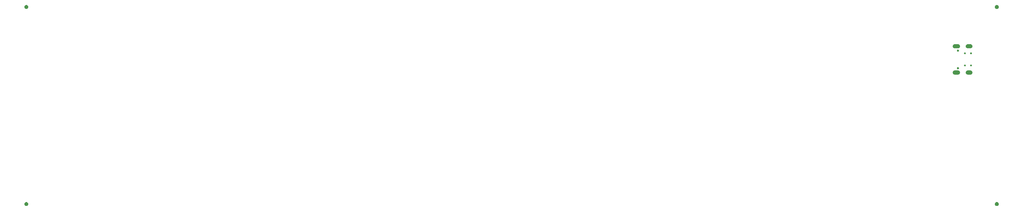
<source format=gbr>
%TF.GenerationSoftware,KiCad,Pcbnew,9.0.1*%
%TF.CreationDate,2025-04-04T16:59:33+13:00*%
%TF.ProjectId,Auckland-LED-Train-Map,4175636b-6c61-46e6-942d-4c45442d5472,rev?*%
%TF.SameCoordinates,Original*%
%TF.FileFunction,Soldermask,Bot*%
%TF.FilePolarity,Negative*%
%FSLAX46Y46*%
G04 Gerber Fmt 4.6, Leading zero omitted, Abs format (unit mm)*
G04 Created by KiCad (PCBNEW 9.0.1) date 2025-04-04 16:59:33*
%MOMM*%
%LPD*%
G01*
G04 APERTURE LIST*
G04 APERTURE END LIST*
G36*
X-14811896Y-29379903D02*
G01*
X-14694535Y-29428515D01*
X-14588913Y-29499089D01*
X-14499089Y-29588913D01*
X-14428515Y-29694535D01*
X-14379903Y-29811896D01*
X-14355120Y-29936485D01*
X-14355120Y-30063515D01*
X-14379903Y-30188104D01*
X-14428515Y-30305465D01*
X-14499089Y-30411087D01*
X-14588913Y-30500911D01*
X-14694535Y-30571485D01*
X-14811896Y-30620097D01*
X-14936485Y-30644880D01*
X-15063515Y-30644880D01*
X-15188104Y-30620097D01*
X-15305465Y-30571485D01*
X-15411087Y-30500911D01*
X-15500911Y-30411087D01*
X-15571485Y-30305465D01*
X-15620097Y-30188104D01*
X-15644880Y-30063515D01*
X-15644880Y-29936485D01*
X-15620097Y-29811896D01*
X-15571485Y-29694535D01*
X-15500911Y-29588913D01*
X-15411087Y-29499089D01*
X-15305465Y-29428515D01*
X-15188104Y-29379903D01*
X-15063515Y-29355120D01*
X-14936485Y-29355120D01*
X-14811896Y-29379903D01*
G37*
G36*
X305188104Y-29379903D02*
G01*
X305305465Y-29428515D01*
X305411087Y-29499089D01*
X305500911Y-29588913D01*
X305571485Y-29694535D01*
X305620097Y-29811896D01*
X305644880Y-29936485D01*
X305644880Y-30063515D01*
X305620097Y-30188104D01*
X305571485Y-30305465D01*
X305500911Y-30411087D01*
X305411087Y-30500911D01*
X305305465Y-30571485D01*
X305188104Y-30620097D01*
X305063515Y-30644880D01*
X304936485Y-30644880D01*
X304811896Y-30620097D01*
X304694535Y-30571485D01*
X304588913Y-30500911D01*
X304499089Y-30411087D01*
X304428515Y-30305465D01*
X304379903Y-30188104D01*
X304355120Y-30063515D01*
X304355120Y-29936485D01*
X304379903Y-29811896D01*
X304428515Y-29694535D01*
X304499089Y-29588913D01*
X304588913Y-29499089D01*
X304694535Y-29428515D01*
X304811896Y-29379903D01*
X304936485Y-29355120D01*
X305063515Y-29355120D01*
X305188104Y-29379903D01*
G37*
G36*
X292233612Y14076629D02*
G01*
X292368199Y14049858D01*
X292494978Y13997345D01*
X292609075Y13921107D01*
X292706107Y13824075D01*
X292782345Y13709978D01*
X292834858Y13583199D01*
X292861629Y13448612D01*
X292861629Y13311388D01*
X292834858Y13176801D01*
X292782345Y13050022D01*
X292706107Y12935925D01*
X292609075Y12838893D01*
X292494978Y12762655D01*
X292368199Y12710142D01*
X292233612Y12683371D01*
X292165000Y12680000D01*
X292163398Y12680000D01*
X291166602Y12680000D01*
X291165000Y12680000D01*
X291096388Y12683371D01*
X290961801Y12710142D01*
X290835022Y12762655D01*
X290720925Y12838893D01*
X290623893Y12935925D01*
X290547655Y13050022D01*
X290495142Y13176801D01*
X290468371Y13311388D01*
X290468371Y13448612D01*
X290495142Y13583199D01*
X290547655Y13709978D01*
X290623893Y13824075D01*
X290720925Y13921107D01*
X290835022Y13997345D01*
X290961801Y14049858D01*
X291096388Y14076629D01*
X291165000Y14080000D01*
X292165000Y14080000D01*
X292233612Y14076629D01*
G37*
G36*
X296333612Y14076629D02*
G01*
X296468199Y14049858D01*
X296594978Y13997345D01*
X296709075Y13921107D01*
X296806107Y13824075D01*
X296882345Y13709978D01*
X296934858Y13583199D01*
X296961629Y13448612D01*
X296961629Y13311388D01*
X296934858Y13176801D01*
X296882345Y13050022D01*
X296806107Y12935925D01*
X296709075Y12838893D01*
X296594978Y12762655D01*
X296468199Y12710142D01*
X296333612Y12683371D01*
X296265000Y12680000D01*
X296263398Y12680000D01*
X295466602Y12680000D01*
X295465000Y12680000D01*
X295396388Y12683371D01*
X295261801Y12710142D01*
X295135022Y12762655D01*
X295020925Y12838893D01*
X294923893Y12935925D01*
X294847655Y13050022D01*
X294795142Y13176801D01*
X294768371Y13311388D01*
X294768371Y13448612D01*
X294795142Y13583199D01*
X294847655Y13709978D01*
X294923893Y13824075D01*
X295020925Y13921107D01*
X295135022Y13997345D01*
X295261801Y14049858D01*
X295396388Y14076629D01*
X295465000Y14080000D01*
X296265000Y14080000D01*
X296333612Y14076629D01*
G37*
G36*
X292318939Y15143358D02*
G01*
X292398067Y15097674D01*
X292462674Y15033067D01*
X292508358Y14953939D01*
X292532006Y14865684D01*
X292532006Y14774316D01*
X292508358Y14686061D01*
X292462674Y14606933D01*
X292398067Y14542326D01*
X292318939Y14496642D01*
X292230684Y14472994D01*
X292139316Y14472994D01*
X292051061Y14496642D01*
X291971933Y14542326D01*
X291907326Y14606933D01*
X291861642Y14686061D01*
X291837994Y14774316D01*
X291837994Y14865684D01*
X291861642Y14953939D01*
X291907326Y15033067D01*
X291971933Y15097674D01*
X292051061Y15143358D01*
X292139316Y15167006D01*
X292230684Y15167006D01*
X292318939Y15143358D01*
G37*
G36*
X294599805Y15987164D02*
G01*
X294667628Y15948006D01*
X294723006Y15892628D01*
X294762164Y15824805D01*
X294782433Y15749158D01*
X294782433Y15670842D01*
X294762164Y15595195D01*
X294723006Y15527372D01*
X294667628Y15471994D01*
X294599805Y15432836D01*
X294524158Y15412567D01*
X294445842Y15412567D01*
X294370195Y15432836D01*
X294302372Y15471994D01*
X294246994Y15527372D01*
X294207836Y15595195D01*
X294187567Y15670842D01*
X294187567Y15749158D01*
X294207836Y15824805D01*
X294246994Y15892628D01*
X294302372Y15948006D01*
X294370195Y15987164D01*
X294445842Y16007433D01*
X294524158Y16007433D01*
X294599805Y15987164D01*
G37*
G36*
X296599805Y15987164D02*
G01*
X296667628Y15948006D01*
X296723006Y15892628D01*
X296762164Y15824805D01*
X296782433Y15749158D01*
X296782433Y15670842D01*
X296762164Y15595195D01*
X296723006Y15527372D01*
X296667628Y15471994D01*
X296599805Y15432836D01*
X296524158Y15412567D01*
X296445842Y15412567D01*
X296370195Y15432836D01*
X296302372Y15471994D01*
X296246994Y15527372D01*
X296207836Y15595195D01*
X296187567Y15670842D01*
X296187567Y15749158D01*
X296207836Y15824805D01*
X296246994Y15892628D01*
X296302372Y15948006D01*
X296370195Y15987164D01*
X296445842Y16007433D01*
X296524158Y16007433D01*
X296599805Y15987164D01*
G37*
G36*
X294599805Y19987164D02*
G01*
X294667628Y19948006D01*
X294723006Y19892628D01*
X294762164Y19824805D01*
X294782433Y19749158D01*
X294782433Y19670842D01*
X294762164Y19595195D01*
X294723006Y19527372D01*
X294667628Y19471994D01*
X294599805Y19432836D01*
X294524158Y19412567D01*
X294445842Y19412567D01*
X294370195Y19432836D01*
X294302372Y19471994D01*
X294246994Y19527372D01*
X294207836Y19595195D01*
X294187567Y19670842D01*
X294187567Y19749158D01*
X294207836Y19824805D01*
X294246994Y19892628D01*
X294302372Y19948006D01*
X294370195Y19987164D01*
X294445842Y20007433D01*
X294524158Y20007433D01*
X294599805Y19987164D01*
G37*
G36*
X296599805Y19987164D02*
G01*
X296667628Y19948006D01*
X296723006Y19892628D01*
X296762164Y19824805D01*
X296782433Y19749158D01*
X296782433Y19670842D01*
X296762164Y19595195D01*
X296723006Y19527372D01*
X296667628Y19471994D01*
X296599805Y19432836D01*
X296524158Y19412567D01*
X296445842Y19412567D01*
X296370195Y19432836D01*
X296302372Y19471994D01*
X296246994Y19527372D01*
X296207836Y19595195D01*
X296187567Y19670842D01*
X296187567Y19749158D01*
X296207836Y19824805D01*
X296246994Y19892628D01*
X296302372Y19948006D01*
X296370195Y19987164D01*
X296445842Y20007433D01*
X296524158Y20007433D01*
X296599805Y19987164D01*
G37*
G36*
X292318939Y20923358D02*
G01*
X292398067Y20877674D01*
X292462674Y20813067D01*
X292508358Y20733939D01*
X292532006Y20645684D01*
X292532006Y20554316D01*
X292508358Y20466061D01*
X292462674Y20386933D01*
X292398067Y20322326D01*
X292318939Y20276642D01*
X292230684Y20252994D01*
X292139316Y20252994D01*
X292051061Y20276642D01*
X291971933Y20322326D01*
X291907326Y20386933D01*
X291861642Y20466061D01*
X291837994Y20554316D01*
X291837994Y20645684D01*
X291861642Y20733939D01*
X291907326Y20813067D01*
X291971933Y20877674D01*
X292051061Y20923358D01*
X292139316Y20947006D01*
X292230684Y20947006D01*
X292318939Y20923358D01*
G37*
G36*
X292233612Y22736629D02*
G01*
X292368199Y22709858D01*
X292494978Y22657345D01*
X292609075Y22581107D01*
X292706107Y22484075D01*
X292782345Y22369978D01*
X292834858Y22243199D01*
X292861629Y22108612D01*
X292861629Y21971388D01*
X292834858Y21836801D01*
X292782345Y21710022D01*
X292706107Y21595925D01*
X292609075Y21498893D01*
X292494978Y21422655D01*
X292368199Y21370142D01*
X292233612Y21343371D01*
X292165000Y21340000D01*
X292163398Y21340000D01*
X291166602Y21340000D01*
X291165000Y21340000D01*
X291096388Y21343371D01*
X290961801Y21370142D01*
X290835022Y21422655D01*
X290720925Y21498893D01*
X290623893Y21595925D01*
X290547655Y21710022D01*
X290495142Y21836801D01*
X290468371Y21971388D01*
X290468371Y22108612D01*
X290495142Y22243199D01*
X290547655Y22369978D01*
X290623893Y22484075D01*
X290720925Y22581107D01*
X290835022Y22657345D01*
X290961801Y22709858D01*
X291096388Y22736629D01*
X291165000Y22740000D01*
X292165000Y22740000D01*
X292233612Y22736629D01*
G37*
G36*
X296333612Y22736629D02*
G01*
X296468199Y22709858D01*
X296594978Y22657345D01*
X296709075Y22581107D01*
X296806107Y22484075D01*
X296882345Y22369978D01*
X296934858Y22243199D01*
X296961629Y22108612D01*
X296961629Y21971388D01*
X296934858Y21836801D01*
X296882345Y21710022D01*
X296806107Y21595925D01*
X296709075Y21498893D01*
X296594978Y21422655D01*
X296468199Y21370142D01*
X296333612Y21343371D01*
X296265000Y21340000D01*
X296263398Y21340000D01*
X295466602Y21340000D01*
X295465000Y21340000D01*
X295396388Y21343371D01*
X295261801Y21370142D01*
X295135022Y21422655D01*
X295020925Y21498893D01*
X294923893Y21595925D01*
X294847655Y21710022D01*
X294795142Y21836801D01*
X294768371Y21971388D01*
X294768371Y22108612D01*
X294795142Y22243199D01*
X294847655Y22369978D01*
X294923893Y22484075D01*
X295020925Y22581107D01*
X295135022Y22657345D01*
X295261801Y22709858D01*
X295396388Y22736629D01*
X295465000Y22740000D01*
X296265000Y22740000D01*
X296333612Y22736629D01*
G37*
G36*
X-14811896Y35620097D02*
G01*
X-14694535Y35571485D01*
X-14588913Y35500911D01*
X-14499089Y35411087D01*
X-14428515Y35305465D01*
X-14379903Y35188104D01*
X-14355120Y35063515D01*
X-14355120Y34936485D01*
X-14379903Y34811896D01*
X-14428515Y34694535D01*
X-14499089Y34588913D01*
X-14588913Y34499089D01*
X-14694535Y34428515D01*
X-14811896Y34379903D01*
X-14936485Y34355120D01*
X-15063515Y34355120D01*
X-15188104Y34379903D01*
X-15305465Y34428515D01*
X-15411087Y34499089D01*
X-15500911Y34588913D01*
X-15571485Y34694535D01*
X-15620097Y34811896D01*
X-15644880Y34936485D01*
X-15644880Y35063515D01*
X-15620097Y35188104D01*
X-15571485Y35305465D01*
X-15500911Y35411087D01*
X-15411087Y35500911D01*
X-15305465Y35571485D01*
X-15188104Y35620097D01*
X-15063515Y35644880D01*
X-14936485Y35644880D01*
X-14811896Y35620097D01*
G37*
G36*
X305188104Y35620097D02*
G01*
X305305465Y35571485D01*
X305411087Y35500911D01*
X305500911Y35411087D01*
X305571485Y35305465D01*
X305620097Y35188104D01*
X305644880Y35063515D01*
X305644880Y34936485D01*
X305620097Y34811896D01*
X305571485Y34694535D01*
X305500911Y34588913D01*
X305411087Y34499089D01*
X305305465Y34428515D01*
X305188104Y34379903D01*
X305063515Y34355120D01*
X304936485Y34355120D01*
X304811896Y34379903D01*
X304694535Y34428515D01*
X304588913Y34499089D01*
X304499089Y34588913D01*
X304428515Y34694535D01*
X304379903Y34811896D01*
X304355120Y34936485D01*
X304355120Y35063515D01*
X304379903Y35188104D01*
X304428515Y35305465D01*
X304499089Y35411087D01*
X304588913Y35500911D01*
X304694535Y35571485D01*
X304811896Y35620097D01*
X304936485Y35644880D01*
X305063515Y35644880D01*
X305188104Y35620097D01*
G37*
M02*

</source>
